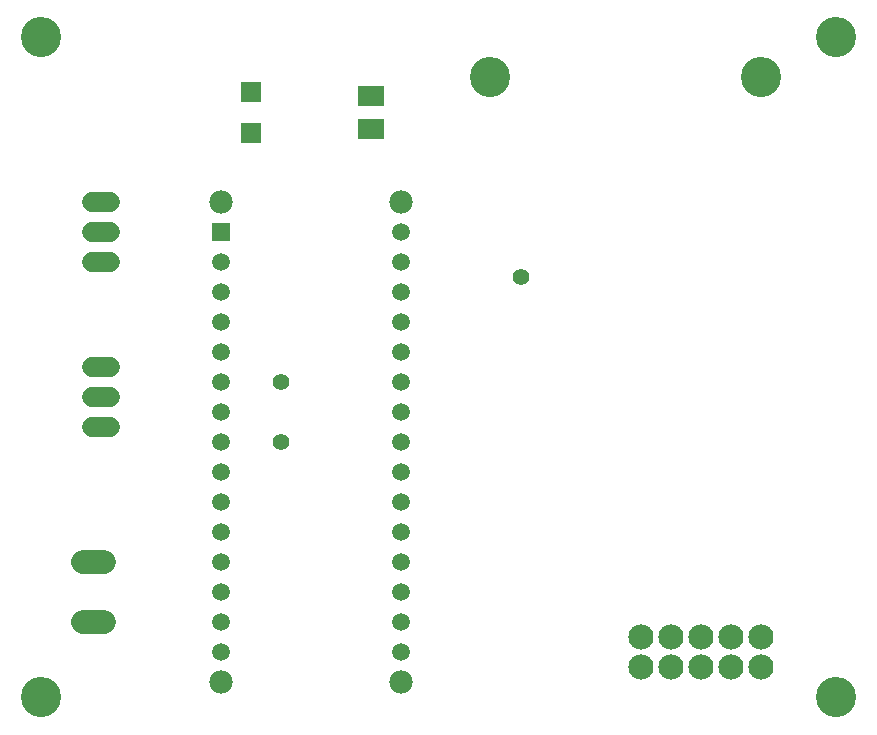
<source format=gbr>
G04 EAGLE Gerber RS-274X export*
G75*
%MOMM*%
%FSLAX34Y34*%
%LPD*%
%INSoldermask Top*%
%IPPOS*%
%AMOC8*
5,1,8,0,0,1.08239X$1,22.5*%
G01*
%ADD10C,3.403200*%
%ADD11C,1.981200*%
%ADD12R,1.511200X1.511200*%
%ADD13C,1.511200*%
%ADD14R,1.703200X1.703200*%
%ADD15R,2.203200X1.803200*%
%ADD16C,2.133600*%
%ADD17C,1.993900*%
%ADD18C,1.711200*%
%ADD19C,1.409600*%


D10*
X38100Y596900D03*
X38100Y38100D03*
X711200Y38100D03*
X711200Y596900D03*
D11*
X190500Y457200D03*
D12*
X190500Y431800D03*
D13*
X190500Y406400D03*
X190500Y381000D03*
X190500Y355600D03*
X190500Y330200D03*
X190500Y304800D03*
X190500Y279400D03*
X190500Y254000D03*
X190500Y228600D03*
X190500Y203200D03*
X190500Y177800D03*
X190500Y152400D03*
X190500Y127000D03*
X190500Y101600D03*
X190500Y76200D03*
X342900Y76200D03*
X342900Y101600D03*
X342900Y127000D03*
X342900Y152400D03*
X342900Y177800D03*
X342900Y203200D03*
X342900Y228600D03*
X342900Y254000D03*
X342900Y279400D03*
X342900Y304800D03*
X342900Y330200D03*
X342900Y355600D03*
X342900Y381000D03*
X342900Y406400D03*
X342900Y431800D03*
D11*
X342900Y457200D03*
X342900Y50800D03*
X190500Y50800D03*
D14*
X215900Y550900D03*
X215900Y515900D03*
D15*
X317500Y547400D03*
X317500Y519400D03*
D10*
X418100Y563100D03*
X648100Y563100D03*
D16*
X647700Y63500D03*
X647700Y88900D03*
X622300Y63500D03*
X622300Y88900D03*
X596900Y63500D03*
X596900Y88900D03*
X571500Y63500D03*
X571500Y88900D03*
X546100Y63500D03*
X546100Y88900D03*
D17*
X91504Y152400D02*
X73597Y152400D01*
X73597Y101600D02*
X91504Y101600D01*
D18*
X96440Y317500D02*
X81360Y317500D01*
X81360Y292100D02*
X96440Y292100D01*
X96440Y266700D02*
X81360Y266700D01*
X81360Y457200D02*
X96440Y457200D01*
X96440Y431800D02*
X81360Y431800D01*
X81360Y406400D02*
X96440Y406400D01*
D19*
X444500Y393700D03*
X241300Y254000D03*
X241300Y304800D03*
M02*

</source>
